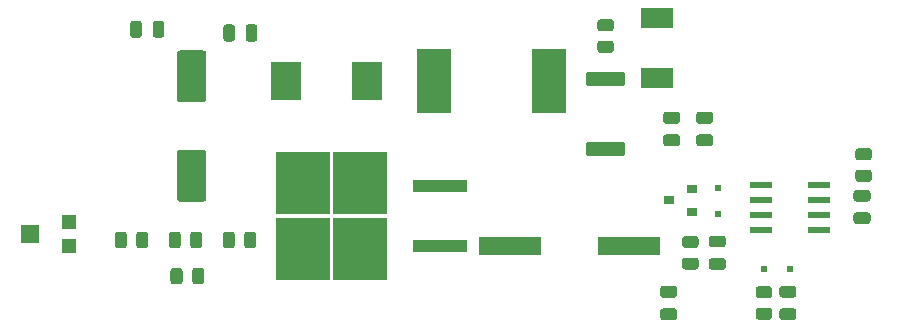
<source format=gbr>
%TF.GenerationSoftware,KiCad,Pcbnew,(5.1.8)-1*%
%TF.CreationDate,2022-04-01T10:58:03+02:00*%
%TF.ProjectId,HVPowerSupply,4856506f-7765-4725-9375-70706c792e6b,0*%
%TF.SameCoordinates,Original*%
%TF.FileFunction,Paste,Top*%
%TF.FilePolarity,Positive*%
%FSLAX46Y46*%
G04 Gerber Fmt 4.6, Leading zero omitted, Abs format (unit mm)*
G04 Created by KiCad (PCBNEW (5.1.8)-1) date 2022-04-01 10:58:03*
%MOMM*%
%LPD*%
G01*
G04 APERTURE LIST*
%ADD10R,2.895600X5.410200*%
%ADD11R,2.692400X1.803400*%
%ADD12R,5.308600X1.498600*%
%ADD13R,1.981200X0.533400*%
%ADD14R,0.500000X0.500000*%
%ADD15R,0.900000X0.800000*%
%ADD16R,1.500000X1.600000*%
%ADD17R,1.200000X1.200000*%
%ADD18R,4.550000X5.250000*%
%ADD19R,4.600000X1.100000*%
%ADD20R,2.500000X3.300000*%
G04 APERTURE END LIST*
D10*
%TO.C,L1*%
X145135600Y-102108000D03*
X154838400Y-102108000D03*
%TD*%
D11*
%TO.C,F1*%
X163957000Y-96812100D03*
X163957000Y-101815900D03*
%TD*%
D12*
%TO.C,C2*%
X151587200Y-116078000D03*
X161594800Y-116078000D03*
%TD*%
D13*
%TO.C,CR1*%
X177723800Y-110871000D03*
X177723800Y-112141000D03*
X177723800Y-113411000D03*
X177723800Y-114681000D03*
X172796200Y-114681000D03*
X172796200Y-113411000D03*
X172796200Y-112141000D03*
X172796200Y-110871000D03*
%TD*%
%TO.C,R8*%
G36*
G01*
X159188999Y-98698000D02*
X160089001Y-98698000D01*
G75*
G02*
X160339000Y-98947999I0J-249999D01*
G01*
X160339000Y-99473001D01*
G75*
G02*
X160089001Y-99723000I-249999J0D01*
G01*
X159188999Y-99723000D01*
G75*
G02*
X158939000Y-99473001I0J249999D01*
G01*
X158939000Y-98947999D01*
G75*
G02*
X159188999Y-98698000I249999J0D01*
G01*
G37*
G36*
G01*
X159188999Y-96873000D02*
X160089001Y-96873000D01*
G75*
G02*
X160339000Y-97122999I0J-249999D01*
G01*
X160339000Y-97648001D01*
G75*
G02*
X160089001Y-97898000I-249999J0D01*
G01*
X159188999Y-97898000D01*
G75*
G02*
X158939000Y-97648001I0J249999D01*
G01*
X158939000Y-97122999D01*
G75*
G02*
X159188999Y-96873000I249999J0D01*
G01*
G37*
%TD*%
%TO.C,R9*%
G36*
G01*
X158214000Y-101327000D02*
X161064000Y-101327000D01*
G75*
G02*
X161314000Y-101577000I0J-250000D01*
G01*
X161314000Y-102302000D01*
G75*
G02*
X161064000Y-102552000I-250000J0D01*
G01*
X158214000Y-102552000D01*
G75*
G02*
X157964000Y-102302000I0J250000D01*
G01*
X157964000Y-101577000D01*
G75*
G02*
X158214000Y-101327000I250000J0D01*
G01*
G37*
G36*
G01*
X158214000Y-107252000D02*
X161064000Y-107252000D01*
G75*
G02*
X161314000Y-107502000I0J-250000D01*
G01*
X161314000Y-108227000D01*
G75*
G02*
X161064000Y-108477000I-250000J0D01*
G01*
X158214000Y-108477000D01*
G75*
G02*
X157964000Y-108227000I0J250000D01*
G01*
X157964000Y-107502000D01*
G75*
G02*
X158214000Y-107252000I250000J0D01*
G01*
G37*
%TD*%
%TO.C,R10*%
G36*
G01*
X181032999Y-109620000D02*
X181933001Y-109620000D01*
G75*
G02*
X182183000Y-109869999I0J-249999D01*
G01*
X182183000Y-110395001D01*
G75*
G02*
X181933001Y-110645000I-249999J0D01*
G01*
X181032999Y-110645000D01*
G75*
G02*
X180783000Y-110395001I0J249999D01*
G01*
X180783000Y-109869999D01*
G75*
G02*
X181032999Y-109620000I249999J0D01*
G01*
G37*
G36*
G01*
X181032999Y-107795000D02*
X181933001Y-107795000D01*
G75*
G02*
X182183000Y-108044999I0J-249999D01*
G01*
X182183000Y-108570001D01*
G75*
G02*
X181933001Y-108820000I-249999J0D01*
G01*
X181032999Y-108820000D01*
G75*
G02*
X180783000Y-108570001I0J249999D01*
G01*
X180783000Y-108044999D01*
G75*
G02*
X181032999Y-107795000I249999J0D01*
G01*
G37*
%TD*%
%TO.C,R7*%
G36*
G01*
X172587499Y-121304000D02*
X173487501Y-121304000D01*
G75*
G02*
X173737500Y-121553999I0J-249999D01*
G01*
X173737500Y-122079001D01*
G75*
G02*
X173487501Y-122329000I-249999J0D01*
G01*
X172587499Y-122329000D01*
G75*
G02*
X172337500Y-122079001I0J249999D01*
G01*
X172337500Y-121553999D01*
G75*
G02*
X172587499Y-121304000I249999J0D01*
G01*
G37*
G36*
G01*
X172587499Y-119479000D02*
X173487501Y-119479000D01*
G75*
G02*
X173737500Y-119728999I0J-249999D01*
G01*
X173737500Y-120254001D01*
G75*
G02*
X173487501Y-120504000I-249999J0D01*
G01*
X172587499Y-120504000D01*
G75*
G02*
X172337500Y-120254001I0J249999D01*
G01*
X172337500Y-119728999D01*
G75*
G02*
X172587499Y-119479000I249999J0D01*
G01*
G37*
%TD*%
D14*
%TO.C,D3*%
X173017000Y-117983000D03*
X175217000Y-117983000D03*
%TD*%
%TO.C,C10*%
G36*
G01*
X129164500Y-98519000D02*
X129164500Y-97569000D01*
G75*
G02*
X129414500Y-97319000I250000J0D01*
G01*
X129914500Y-97319000D01*
G75*
G02*
X130164500Y-97569000I0J-250000D01*
G01*
X130164500Y-98519000D01*
G75*
G02*
X129914500Y-98769000I-250000J0D01*
G01*
X129414500Y-98769000D01*
G75*
G02*
X129164500Y-98519000I0J250000D01*
G01*
G37*
G36*
G01*
X127264500Y-98519000D02*
X127264500Y-97569000D01*
G75*
G02*
X127514500Y-97319000I250000J0D01*
G01*
X128014500Y-97319000D01*
G75*
G02*
X128264500Y-97569000I0J-250000D01*
G01*
X128264500Y-98519000D01*
G75*
G02*
X128014500Y-98769000I-250000J0D01*
G01*
X127514500Y-98769000D01*
G75*
G02*
X127264500Y-98519000I0J250000D01*
G01*
G37*
%TD*%
%TO.C,C9*%
G36*
G01*
X120390500Y-97251500D02*
X120390500Y-98201500D01*
G75*
G02*
X120140500Y-98451500I-250000J0D01*
G01*
X119640500Y-98451500D01*
G75*
G02*
X119390500Y-98201500I0J250000D01*
G01*
X119390500Y-97251500D01*
G75*
G02*
X119640500Y-97001500I250000J0D01*
G01*
X120140500Y-97001500D01*
G75*
G02*
X120390500Y-97251500I0J-250000D01*
G01*
G37*
G36*
G01*
X122290500Y-97251500D02*
X122290500Y-98201500D01*
G75*
G02*
X122040500Y-98451500I-250000J0D01*
G01*
X121540500Y-98451500D01*
G75*
G02*
X121290500Y-98201500I0J250000D01*
G01*
X121290500Y-97251500D01*
G75*
G02*
X121540500Y-97001500I250000J0D01*
G01*
X122040500Y-97001500D01*
G75*
G02*
X122290500Y-97251500I0J-250000D01*
G01*
G37*
%TD*%
%TO.C,C8*%
G36*
G01*
X175544500Y-120454000D02*
X174594500Y-120454000D01*
G75*
G02*
X174344500Y-120204000I0J250000D01*
G01*
X174344500Y-119704000D01*
G75*
G02*
X174594500Y-119454000I250000J0D01*
G01*
X175544500Y-119454000D01*
G75*
G02*
X175794500Y-119704000I0J-250000D01*
G01*
X175794500Y-120204000D01*
G75*
G02*
X175544500Y-120454000I-250000J0D01*
G01*
G37*
G36*
G01*
X175544500Y-122354000D02*
X174594500Y-122354000D01*
G75*
G02*
X174344500Y-122104000I0J250000D01*
G01*
X174344500Y-121604000D01*
G75*
G02*
X174594500Y-121354000I250000J0D01*
G01*
X175544500Y-121354000D01*
G75*
G02*
X175794500Y-121604000I0J-250000D01*
G01*
X175794500Y-122104000D01*
G75*
G02*
X175544500Y-122354000I-250000J0D01*
G01*
G37*
%TD*%
%TO.C,C7*%
G36*
G01*
X181831000Y-112326000D02*
X180881000Y-112326000D01*
G75*
G02*
X180631000Y-112076000I0J250000D01*
G01*
X180631000Y-111576000D01*
G75*
G02*
X180881000Y-111326000I250000J0D01*
G01*
X181831000Y-111326000D01*
G75*
G02*
X182081000Y-111576000I0J-250000D01*
G01*
X182081000Y-112076000D01*
G75*
G02*
X181831000Y-112326000I-250000J0D01*
G01*
G37*
G36*
G01*
X181831000Y-114226000D02*
X180881000Y-114226000D01*
G75*
G02*
X180631000Y-113976000I0J250000D01*
G01*
X180631000Y-113476000D01*
G75*
G02*
X180881000Y-113226000I250000J0D01*
G01*
X181831000Y-113226000D01*
G75*
G02*
X182081000Y-113476000I0J-250000D01*
G01*
X182081000Y-113976000D01*
G75*
G02*
X181831000Y-114226000I-250000J0D01*
G01*
G37*
%TD*%
%TO.C,C6*%
G36*
G01*
X164752000Y-106622000D02*
X165702000Y-106622000D01*
G75*
G02*
X165952000Y-106872000I0J-250000D01*
G01*
X165952000Y-107372000D01*
G75*
G02*
X165702000Y-107622000I-250000J0D01*
G01*
X164752000Y-107622000D01*
G75*
G02*
X164502000Y-107372000I0J250000D01*
G01*
X164502000Y-106872000D01*
G75*
G02*
X164752000Y-106622000I250000J0D01*
G01*
G37*
G36*
G01*
X164752000Y-104722000D02*
X165702000Y-104722000D01*
G75*
G02*
X165952000Y-104972000I0J-250000D01*
G01*
X165952000Y-105472000D01*
G75*
G02*
X165702000Y-105722000I-250000J0D01*
G01*
X164752000Y-105722000D01*
G75*
G02*
X164502000Y-105472000I0J250000D01*
G01*
X164502000Y-104972000D01*
G75*
G02*
X164752000Y-104722000I250000J0D01*
G01*
G37*
%TD*%
%TO.C,C5*%
G36*
G01*
X167546000Y-106622000D02*
X168496000Y-106622000D01*
G75*
G02*
X168746000Y-106872000I0J-250000D01*
G01*
X168746000Y-107372000D01*
G75*
G02*
X168496000Y-107622000I-250000J0D01*
G01*
X167546000Y-107622000D01*
G75*
G02*
X167296000Y-107372000I0J250000D01*
G01*
X167296000Y-106872000D01*
G75*
G02*
X167546000Y-106622000I250000J0D01*
G01*
G37*
G36*
G01*
X167546000Y-104722000D02*
X168496000Y-104722000D01*
G75*
G02*
X168746000Y-104972000I0J-250000D01*
G01*
X168746000Y-105472000D01*
G75*
G02*
X168496000Y-105722000I-250000J0D01*
G01*
X167546000Y-105722000D01*
G75*
G02*
X167296000Y-105472000I0J250000D01*
G01*
X167296000Y-104972000D01*
G75*
G02*
X167546000Y-104722000I250000J0D01*
G01*
G37*
%TD*%
D15*
%TO.C,Q1*%
X166989000Y-111254500D03*
X166989000Y-113154500D03*
X164989000Y-112204500D03*
%TD*%
%TO.C,C4*%
G36*
G01*
X123587000Y-107918000D02*
X125587000Y-107918000D01*
G75*
G02*
X125837000Y-108168000I0J-250000D01*
G01*
X125837000Y-112068000D01*
G75*
G02*
X125587000Y-112318000I-250000J0D01*
G01*
X123587000Y-112318000D01*
G75*
G02*
X123337000Y-112068000I0J250000D01*
G01*
X123337000Y-108168000D01*
G75*
G02*
X123587000Y-107918000I250000J0D01*
G01*
G37*
G36*
G01*
X123587000Y-99518000D02*
X125587000Y-99518000D01*
G75*
G02*
X125837000Y-99768000I0J-250000D01*
G01*
X125837000Y-103668000D01*
G75*
G02*
X125587000Y-103918000I-250000J0D01*
G01*
X123587000Y-103918000D01*
G75*
G02*
X123337000Y-103668000I0J250000D01*
G01*
X123337000Y-99768000D01*
G75*
G02*
X123587000Y-99518000I250000J0D01*
G01*
G37*
%TD*%
D16*
%TO.C,R6*%
X110945000Y-115062000D03*
D17*
X114195000Y-114062000D03*
X114195000Y-116062000D03*
%TD*%
%TO.C,R5*%
G36*
G01*
X123829500Y-118167999D02*
X123829500Y-119068001D01*
G75*
G02*
X123579501Y-119318000I-249999J0D01*
G01*
X123054499Y-119318000D01*
G75*
G02*
X122804500Y-119068001I0J249999D01*
G01*
X122804500Y-118167999D01*
G75*
G02*
X123054499Y-117918000I249999J0D01*
G01*
X123579501Y-117918000D01*
G75*
G02*
X123829500Y-118167999I0J-249999D01*
G01*
G37*
G36*
G01*
X125654500Y-118167999D02*
X125654500Y-119068001D01*
G75*
G02*
X125404501Y-119318000I-249999J0D01*
G01*
X124879499Y-119318000D01*
G75*
G02*
X124629500Y-119068001I0J249999D01*
G01*
X124629500Y-118167999D01*
G75*
G02*
X124879499Y-117918000I249999J0D01*
G01*
X125404501Y-117918000D01*
G75*
G02*
X125654500Y-118167999I0J-249999D01*
G01*
G37*
%TD*%
%TO.C,R4*%
G36*
G01*
X129051000Y-116020001D02*
X129051000Y-115119999D01*
G75*
G02*
X129300999Y-114870000I249999J0D01*
G01*
X129826001Y-114870000D01*
G75*
G02*
X130076000Y-115119999I0J-249999D01*
G01*
X130076000Y-116020001D01*
G75*
G02*
X129826001Y-116270000I-249999J0D01*
G01*
X129300999Y-116270000D01*
G75*
G02*
X129051000Y-116020001I0J249999D01*
G01*
G37*
G36*
G01*
X127226000Y-116020001D02*
X127226000Y-115119999D01*
G75*
G02*
X127475999Y-114870000I249999J0D01*
G01*
X128001001Y-114870000D01*
G75*
G02*
X128251000Y-115119999I0J-249999D01*
G01*
X128251000Y-116020001D01*
G75*
G02*
X128001001Y-116270000I-249999J0D01*
G01*
X127475999Y-116270000D01*
G75*
G02*
X127226000Y-116020001I0J249999D01*
G01*
G37*
%TD*%
%TO.C,R3*%
G36*
G01*
X124479000Y-116020001D02*
X124479000Y-115119999D01*
G75*
G02*
X124728999Y-114870000I249999J0D01*
G01*
X125254001Y-114870000D01*
G75*
G02*
X125504000Y-115119999I0J-249999D01*
G01*
X125504000Y-116020001D01*
G75*
G02*
X125254001Y-116270000I-249999J0D01*
G01*
X124728999Y-116270000D01*
G75*
G02*
X124479000Y-116020001I0J249999D01*
G01*
G37*
G36*
G01*
X122654000Y-116020001D02*
X122654000Y-115119999D01*
G75*
G02*
X122903999Y-114870000I249999J0D01*
G01*
X123429001Y-114870000D01*
G75*
G02*
X123679000Y-115119999I0J-249999D01*
G01*
X123679000Y-116020001D01*
G75*
G02*
X123429001Y-116270000I-249999J0D01*
G01*
X122903999Y-116270000D01*
G75*
G02*
X122654000Y-116020001I0J249999D01*
G01*
G37*
%TD*%
%TO.C,R2*%
G36*
G01*
X119907000Y-116020001D02*
X119907000Y-115119999D01*
G75*
G02*
X120156999Y-114870000I249999J0D01*
G01*
X120682001Y-114870000D01*
G75*
G02*
X120932000Y-115119999I0J-249999D01*
G01*
X120932000Y-116020001D01*
G75*
G02*
X120682001Y-116270000I-249999J0D01*
G01*
X120156999Y-116270000D01*
G75*
G02*
X119907000Y-116020001I0J249999D01*
G01*
G37*
G36*
G01*
X118082000Y-116020001D02*
X118082000Y-115119999D01*
G75*
G02*
X118331999Y-114870000I249999J0D01*
G01*
X118857001Y-114870000D01*
G75*
G02*
X119107000Y-115119999I0J-249999D01*
G01*
X119107000Y-116020001D01*
G75*
G02*
X118857001Y-116270000I-249999J0D01*
G01*
X118331999Y-116270000D01*
G75*
G02*
X118082000Y-116020001I0J249999D01*
G01*
G37*
%TD*%
%TO.C,R1*%
G36*
G01*
X166364499Y-117049500D02*
X167264501Y-117049500D01*
G75*
G02*
X167514500Y-117299499I0J-249999D01*
G01*
X167514500Y-117824501D01*
G75*
G02*
X167264501Y-118074500I-249999J0D01*
G01*
X166364499Y-118074500D01*
G75*
G02*
X166114500Y-117824501I0J249999D01*
G01*
X166114500Y-117299499D01*
G75*
G02*
X166364499Y-117049500I249999J0D01*
G01*
G37*
G36*
G01*
X166364499Y-115224500D02*
X167264501Y-115224500D01*
G75*
G02*
X167514500Y-115474499I0J-249999D01*
G01*
X167514500Y-115999501D01*
G75*
G02*
X167264501Y-116249500I-249999J0D01*
G01*
X166364499Y-116249500D01*
G75*
G02*
X166114500Y-115999501I0J249999D01*
G01*
X166114500Y-115474499D01*
G75*
G02*
X166364499Y-115224500I249999J0D01*
G01*
G37*
%TD*%
D18*
%TO.C,Q2*%
X138877000Y-110763000D03*
X134027000Y-116313000D03*
X138877000Y-116313000D03*
X134027000Y-110763000D03*
D19*
X145602000Y-110998000D03*
X145602000Y-116078000D03*
%TD*%
D20*
%TO.C,D2*%
X139417000Y-102108000D03*
X132617000Y-102108000D03*
%TD*%
D14*
%TO.C,D1*%
X169164000Y-113388500D03*
X169164000Y-111188500D03*
%TD*%
%TO.C,C3*%
G36*
G01*
X165448000Y-120454000D02*
X164498000Y-120454000D01*
G75*
G02*
X164248000Y-120204000I0J250000D01*
G01*
X164248000Y-119704000D01*
G75*
G02*
X164498000Y-119454000I250000J0D01*
G01*
X165448000Y-119454000D01*
G75*
G02*
X165698000Y-119704000I0J-250000D01*
G01*
X165698000Y-120204000D01*
G75*
G02*
X165448000Y-120454000I-250000J0D01*
G01*
G37*
G36*
G01*
X165448000Y-122354000D02*
X164498000Y-122354000D01*
G75*
G02*
X164248000Y-122104000I0J250000D01*
G01*
X164248000Y-121604000D01*
G75*
G02*
X164498000Y-121354000I250000J0D01*
G01*
X165448000Y-121354000D01*
G75*
G02*
X165698000Y-121604000I0J-250000D01*
G01*
X165698000Y-122104000D01*
G75*
G02*
X165448000Y-122354000I-250000J0D01*
G01*
G37*
%TD*%
%TO.C,C1*%
G36*
G01*
X168625500Y-117099500D02*
X169575500Y-117099500D01*
G75*
G02*
X169825500Y-117349500I0J-250000D01*
G01*
X169825500Y-117849500D01*
G75*
G02*
X169575500Y-118099500I-250000J0D01*
G01*
X168625500Y-118099500D01*
G75*
G02*
X168375500Y-117849500I0J250000D01*
G01*
X168375500Y-117349500D01*
G75*
G02*
X168625500Y-117099500I250000J0D01*
G01*
G37*
G36*
G01*
X168625500Y-115199500D02*
X169575500Y-115199500D01*
G75*
G02*
X169825500Y-115449500I0J-250000D01*
G01*
X169825500Y-115949500D01*
G75*
G02*
X169575500Y-116199500I-250000J0D01*
G01*
X168625500Y-116199500D01*
G75*
G02*
X168375500Y-115949500I0J250000D01*
G01*
X168375500Y-115449500D01*
G75*
G02*
X168625500Y-115199500I250000J0D01*
G01*
G37*
%TD*%
M02*

</source>
